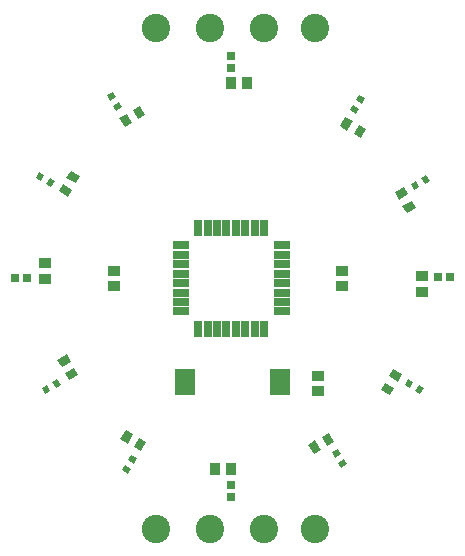
<source format=gts>
G04 ---------------------------- Layer name :TOP SOLDER LAYER*
G04 EasyEDA v5.6.15, Sun, 19 Aug 2018 09:15:10 GMT*
G04 20d6072df84a40519853f38576b9eb16*
G04 Gerber Generator version 0.2*
G04 Scale: 100 percent, Rotated: No, Reflected: No *
G04 Dimensions in millimeters *
G04 leading zeros omitted , absolute positions ,3 integer and 3 decimal *
%FSLAX33Y33*%
%MOMM*%
G90*
G71D02*

%ADD13C,2.403196*%
%ADD15R,0.703580X0.802640*%
%ADD16R,1.102360X0.904240*%
%ADD17R,0.904240X1.102360*%
%ADD18R,0.802640X0.703580*%
%ADD19R,1.703197X2.203196*%
%ADD20R,1.473200X0.762000*%
%ADD21R,0.762000X1.473200*%

%LPD*%
G36*
G01X30038Y37818D02*
G01X29789Y37383D01*
G01X29270Y37683D01*
G01X29519Y38117D01*
G01X30038Y37818D01*
G37*
G36*
G01X30546Y38699D02*
G01X30297Y38265D01*
G01X29778Y38564D01*
G01X30027Y38999D01*
G01X30546Y38699D01*
G37*
G54D16*
G01X28638Y24119D03*
G01X28638Y22799D03*
G01X9334Y24119D03*
G01X9334Y22799D03*
G54D17*
G01X19244Y39971D03*
G01X20564Y39971D03*
G54D18*
G01X19240Y41240D03*
G01X19240Y42256D03*
G36*
G01X28904Y37106D02*
G01X29511Y36755D01*
G01X29061Y35978D01*
G01X28454Y36328D01*
G01X28904Y37106D01*
G37*
G36*
G01X30047Y36445D02*
G01X30654Y36095D01*
G01X30204Y35317D01*
G01X29597Y35668D01*
G01X30047Y36445D01*
G37*
G36*
G01X33857Y31191D02*
G01X34208Y30584D01*
G01X33430Y30135D01*
G01X33080Y30742D01*
G01X33857Y31191D01*
G37*
G36*
G01X34518Y30048D02*
G01X34868Y29441D01*
G01X34091Y28992D01*
G01X33740Y29599D01*
G01X34518Y30048D01*
G37*
G36*
G01X35168Y31198D02*
G01X34734Y30949D01*
G01X34434Y31468D01*
G01X34869Y31716D01*
G01X35168Y31198D01*
G37*
G36*
G01X36050Y31706D02*
G01X35615Y31457D01*
G01X35316Y31976D01*
G01X35750Y32224D01*
G01X36050Y31706D01*
G37*
G54D16*
G01X35424Y23632D03*
G01X35424Y22311D03*
G54D15*
G01X36767Y23622D03*
G01X37783Y23622D03*
G36*
G01X33688Y15342D02*
G01X33338Y14735D01*
G01X32560Y15184D01*
G01X32911Y15791D01*
G01X33688Y15342D01*
G37*
G36*
G01X33028Y14199D02*
G01X32677Y13592D01*
G01X31900Y14041D01*
G01X32250Y14648D01*
G01X33028Y14199D01*
G37*
G36*
G01X34361Y14185D02*
G01X33926Y14434D01*
G01X34226Y14952D01*
G01X34660Y14704D01*
G01X34361Y14185D01*
G37*
G36*
G01X35242Y13677D02*
G01X34808Y13926D01*
G01X35107Y14444D01*
G01X35542Y14196D01*
G01X35242Y13677D01*
G37*
G36*
G01X27964Y9628D02*
G01X27357Y9278D01*
G01X26907Y10055D01*
G01X27514Y10406D01*
G01X27964Y9628D01*
G37*
G36*
G01X26821Y8968D02*
G01X26214Y8617D01*
G01X25764Y9395D01*
G01X26371Y9745D01*
G01X26821Y8968D01*
G37*
G36*
G01X27995Y8293D02*
G01X27746Y8727D01*
G01X28265Y9027D01*
G01X28514Y8592D01*
G01X27995Y8293D01*
G37*
G36*
G01X28503Y7411D02*
G01X28254Y7846D01*
G01X28773Y8145D01*
G01X29022Y7711D01*
G01X28503Y7411D01*
G37*
G54D17*
G01X19214Y7301D03*
G01X17894Y7301D03*
G54D18*
G01X19240Y5934D03*
G01X19240Y4918D03*
G36*
G01X11614Y8827D02*
G01X11007Y9178D01*
G01X11457Y9955D01*
G01X12064Y9605D01*
G01X11614Y8827D01*
G37*
G36*
G01X10471Y9488D02*
G01X9864Y9838D01*
G01X10314Y10616D01*
G01X10921Y10265D01*
G01X10471Y9488D01*
G37*
G36*
G01X10474Y8084D02*
G01X10723Y8519D01*
G01X11242Y8219D01*
G01X10993Y7785D01*
G01X10474Y8084D01*
G37*
G36*
G01X9966Y7203D02*
G01X10215Y7637D01*
G01X10734Y7338D01*
G01X10485Y6903D01*
G01X9966Y7203D01*
G37*
G36*
G01X5531Y14832D02*
G01X5180Y15439D01*
G01X5958Y15888D01*
G01X6308Y15281D01*
G01X5531Y14832D01*
G37*
G36*
G01X4871Y15975D02*
G01X4520Y16582D01*
G01X5297Y17031D01*
G01X5648Y16424D01*
G01X4871Y15975D01*
G37*
G36*
G01X4074Y14704D02*
G01X4508Y14952D01*
G01X4808Y14434D01*
G01X4373Y14185D01*
G01X4074Y14704D01*
G37*
G36*
G01X3192Y14196D02*
G01X3627Y14444D01*
G01X3926Y13926D01*
G01X3492Y13677D01*
G01X3192Y14196D01*
G37*
G54D16*
G01X3444Y23451D03*
G01X3444Y24772D03*
G54D15*
G01X1969Y23459D03*
G01X953Y23459D03*
G36*
G01X4630Y30831D02*
G01X4980Y31438D01*
G01X5758Y30989D01*
G01X5407Y30382D01*
G01X4630Y30831D01*
G37*
G36*
G01X5290Y31974D02*
G01X5641Y32581D01*
G01X6418Y32132D01*
G01X6068Y31525D01*
G01X5290Y31974D01*
G37*
G36*
G01X3865Y31970D02*
G01X4300Y31722D01*
G01X4000Y31203D01*
G01X3566Y31452D01*
G01X3865Y31970D01*
G37*
G36*
G01X2984Y32478D02*
G01X3418Y32230D01*
G01X3119Y31711D01*
G01X2684Y31960D01*
G01X2984Y32478D01*
G37*
G36*
G01X9723Y38371D02*
G01X9972Y37937D01*
G01X9453Y37637D01*
G01X9204Y38072D01*
G01X9723Y38371D01*
G37*
G36*
G01X9215Y39253D02*
G01X9464Y38818D01*
G01X8945Y38519D01*
G01X8696Y38953D01*
G01X9215Y39253D01*
G37*
G36*
G01X9774Y37075D02*
G01X10381Y37425D01*
G01X10831Y36648D01*
G01X10224Y36297D01*
G01X9774Y37075D01*
G37*
G36*
G01X10917Y37735D02*
G01X11524Y38086D01*
G01X11974Y37308D01*
G01X11367Y36958D01*
G01X10917Y37735D01*
G37*
G54D19*
G01X15342Y14660D03*
G01X23344Y14661D03*
G54D16*
G01X26606Y15229D03*
G01X26606Y13909D03*
G54D20*
G01X14947Y26253D03*
G01X14947Y25466D03*
G01X14947Y24653D03*
G01X14947Y23865D03*
G01X14947Y23053D03*
G01X14947Y22265D03*
G01X14947Y21452D03*
G01X14947Y20665D03*
G54D21*
G01X16446Y19166D03*
G01X17233Y19166D03*
G01X18046Y19166D03*
G01X18834Y19166D03*
G01X19646Y19166D03*
G01X20434Y19166D03*
G01X21247Y19166D03*
G01X22034Y19166D03*
G54D20*
G01X23533Y20665D03*
G01X23533Y21452D03*
G01X23533Y22265D03*
G01X23533Y23053D03*
G01X23533Y23865D03*
G01X23533Y24653D03*
G01X23533Y25466D03*
G01X23533Y26253D03*
G54D21*
G01X22034Y27752D03*
G01X21247Y27752D03*
G01X20434Y27752D03*
G01X19646Y27752D03*
G01X18834Y27752D03*
G01X18046Y27752D03*
G01X17233Y27752D03*
G01X16446Y27752D03*
G54D13*
G01X12890Y44704D03*
G01X17462Y44704D03*
G01X22034Y44704D03*
G01X26352Y44704D03*
G01X12890Y2286D03*
G01X17462Y2286D03*
G01X22034Y2286D03*
G01X26352Y2286D03*
M00*
M02*

</source>
